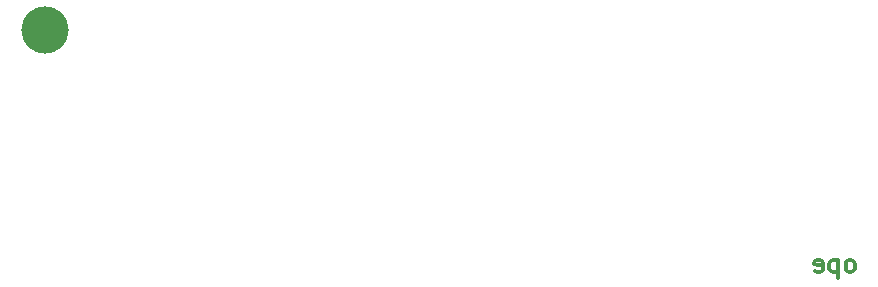
<source format=gbr>
G04 #@! TF.GenerationSoftware,KiCad,Pcbnew,(5.1.10-1-10_14)*
G04 #@! TF.CreationDate,2021-08-18T21:17:13-05:00*
G04 #@! TF.ProjectId,PCB-Keychains,5043422d-4b65-4796-9368-61696e732e6b,rev?*
G04 #@! TF.SameCoordinates,Original*
G04 #@! TF.FileFunction,Soldermask,Bot*
G04 #@! TF.FilePolarity,Negative*
%FSLAX46Y46*%
G04 Gerber Fmt 4.6, Leading zero omitted, Abs format (unit mm)*
G04 Created by KiCad (PCBNEW (5.1.10-1-10_14)) date 2021-08-18 21:17:13*
%MOMM*%
%LPD*%
G01*
G04 APERTURE LIST*
%ADD10C,0.375000*%
%ADD11C,4.000000*%
G04 APERTURE END LIST*
D10*
X99987321Y-86242321D02*
X100130178Y-86170892D01*
X100201607Y-86099464D01*
X100273035Y-85956607D01*
X100273035Y-85528035D01*
X100201607Y-85385178D01*
X100130178Y-85313750D01*
X99987321Y-85242321D01*
X99773035Y-85242321D01*
X99630178Y-85313750D01*
X99558750Y-85385178D01*
X99487321Y-85528035D01*
X99487321Y-85956607D01*
X99558750Y-86099464D01*
X99630178Y-86170892D01*
X99773035Y-86242321D01*
X99987321Y-86242321D01*
X98844464Y-85242321D02*
X98844464Y-86742321D01*
X98844464Y-85313750D02*
X98701607Y-85242321D01*
X98415892Y-85242321D01*
X98273035Y-85313750D01*
X98201607Y-85385178D01*
X98130178Y-85528035D01*
X98130178Y-85956607D01*
X98201607Y-86099464D01*
X98273035Y-86170892D01*
X98415892Y-86242321D01*
X98701607Y-86242321D01*
X98844464Y-86170892D01*
X96915892Y-86170892D02*
X97058750Y-86242321D01*
X97344464Y-86242321D01*
X97487321Y-86170892D01*
X97558750Y-86028035D01*
X97558750Y-85456607D01*
X97487321Y-85313750D01*
X97344464Y-85242321D01*
X97058750Y-85242321D01*
X96915892Y-85313750D01*
X96844464Y-85456607D01*
X96844464Y-85599464D01*
X97558750Y-85742321D01*
D11*
X31671450Y-65769850D03*
M02*

</source>
